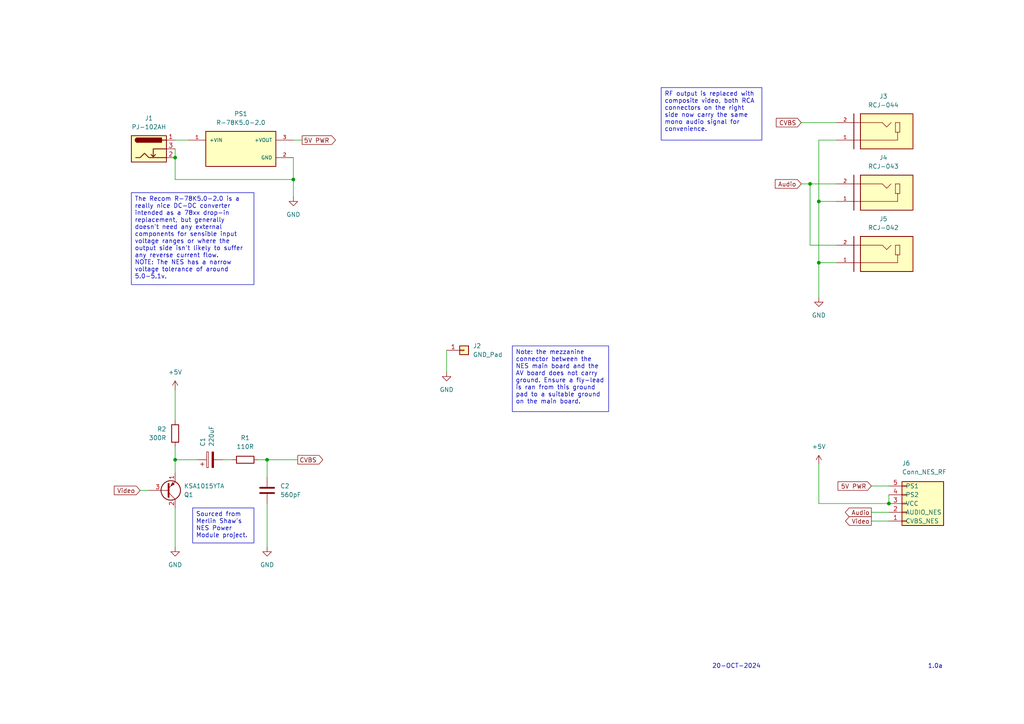
<source format=kicad_sch>
(kicad_sch
	(version 20231120)
	(generator "eeschema")
	(generator_version "8.0")
	(uuid "939a6d60-74ce-4b74-9e37-588fe97b9a52")
	(paper "A4")
	(title_block
		(title "nespav NES Power & AV board")
	)
	(lib_symbols
		(symbol "Connector:Barrel_Jack_Switch"
			(pin_names hide)
			(exclude_from_sim no)
			(in_bom yes)
			(on_board yes)
			(property "Reference" "J"
				(at 0 5.334 0)
				(effects
					(font
						(size 1.27 1.27)
					)
				)
			)
			(property "Value" "Barrel_Jack_Switch"
				(at 0 -5.08 0)
				(effects
					(font
						(size 1.27 1.27)
					)
				)
			)
			(property "Footprint" ""
				(at 1.27 -1.016 0)
				(effects
					(font
						(size 1.27 1.27)
					)
					(hide yes)
				)
			)
			(property "Datasheet" "~"
				(at 1.27 -1.016 0)
				(effects
					(font
						(size 1.27 1.27)
					)
					(hide yes)
				)
			)
			(property "Description" "DC Barrel Jack with an internal switch"
				(at 0 0 0)
				(effects
					(font
						(size 1.27 1.27)
					)
					(hide yes)
				)
			)
			(property "ki_keywords" "DC power barrel jack connector"
				(at 0 0 0)
				(effects
					(font
						(size 1.27 1.27)
					)
					(hide yes)
				)
			)
			(property "ki_fp_filters" "BarrelJack*"
				(at 0 0 0)
				(effects
					(font
						(size 1.27 1.27)
					)
					(hide yes)
				)
			)
			(symbol "Barrel_Jack_Switch_0_1"
				(rectangle
					(start -5.08 3.81)
					(end 5.08 -3.81)
					(stroke
						(width 0.254)
						(type default)
					)
					(fill
						(type background)
					)
				)
				(arc
					(start -3.302 3.175)
					(mid -3.9343 2.54)
					(end -3.302 1.905)
					(stroke
						(width 0.254)
						(type default)
					)
					(fill
						(type none)
					)
				)
				(arc
					(start -3.302 3.175)
					(mid -3.9343 2.54)
					(end -3.302 1.905)
					(stroke
						(width 0.254)
						(type default)
					)
					(fill
						(type outline)
					)
				)
				(polyline
					(pts
						(xy 1.27 -2.286) (xy 1.905 -1.651)
					)
					(stroke
						(width 0.254)
						(type default)
					)
					(fill
						(type none)
					)
				)
				(polyline
					(pts
						(xy 5.08 2.54) (xy 3.81 2.54)
					)
					(stroke
						(width 0.254)
						(type default)
					)
					(fill
						(type none)
					)
				)
				(polyline
					(pts
						(xy 5.08 0) (xy 1.27 0) (xy 1.27 -2.286) (xy 0.635 -1.651)
					)
					(stroke
						(width 0.254)
						(type default)
					)
					(fill
						(type none)
					)
				)
				(polyline
					(pts
						(xy -3.81 -2.54) (xy -2.54 -2.54) (xy -1.27 -1.27) (xy 0 -2.54) (xy 2.54 -2.54) (xy 5.08 -2.54)
					)
					(stroke
						(width 0.254)
						(type default)
					)
					(fill
						(type none)
					)
				)
				(rectangle
					(start 3.683 3.175)
					(end -3.302 1.905)
					(stroke
						(width 0.254)
						(type default)
					)
					(fill
						(type outline)
					)
				)
			)
			(symbol "Barrel_Jack_Switch_1_1"
				(pin passive line
					(at 7.62 2.54 180)
					(length 2.54)
					(name "~"
						(effects
							(font
								(size 1.27 1.27)
							)
						)
					)
					(number "1"
						(effects
							(font
								(size 1.27 1.27)
							)
						)
					)
				)
				(pin passive line
					(at 7.62 -2.54 180)
					(length 2.54)
					(name "~"
						(effects
							(font
								(size 1.27 1.27)
							)
						)
					)
					(number "2"
						(effects
							(font
								(size 1.27 1.27)
							)
						)
					)
				)
				(pin passive line
					(at 7.62 0 180)
					(length 2.54)
					(name "~"
						(effects
							(font
								(size 1.27 1.27)
							)
						)
					)
					(number "3"
						(effects
							(font
								(size 1.27 1.27)
							)
						)
					)
				)
			)
		)
		(symbol "Connector_Generic:Conn_01x01"
			(pin_names
				(offset 1.016) hide)
			(exclude_from_sim no)
			(in_bom yes)
			(on_board yes)
			(property "Reference" "J"
				(at 0 2.54 0)
				(effects
					(font
						(size 1.27 1.27)
					)
				)
			)
			(property "Value" "Conn_01x01"
				(at 0 -2.54 0)
				(effects
					(font
						(size 1.27 1.27)
					)
				)
			)
			(property "Footprint" ""
				(at 0 0 0)
				(effects
					(font
						(size 1.27 1.27)
					)
					(hide yes)
				)
			)
			(property "Datasheet" "~"
				(at 0 0 0)
				(effects
					(font
						(size 1.27 1.27)
					)
					(hide yes)
				)
			)
			(property "Description" "Generic connector, single row, 01x01, script generated (kicad-library-utils/schlib/autogen/connector/)"
				(at 0 0 0)
				(effects
					(font
						(size 1.27 1.27)
					)
					(hide yes)
				)
			)
			(property "ki_keywords" "connector"
				(at 0 0 0)
				(effects
					(font
						(size 1.27 1.27)
					)
					(hide yes)
				)
			)
			(property "ki_fp_filters" "Connector*:*_1x??_*"
				(at 0 0 0)
				(effects
					(font
						(size 1.27 1.27)
					)
					(hide yes)
				)
			)
			(symbol "Conn_01x01_1_1"
				(rectangle
					(start -1.27 0.127)
					(end 0 -0.127)
					(stroke
						(width 0.1524)
						(type default)
					)
					(fill
						(type none)
					)
				)
				(rectangle
					(start -1.27 1.27)
					(end 1.27 -1.27)
					(stroke
						(width 0.254)
						(type default)
					)
					(fill
						(type background)
					)
				)
				(pin passive line
					(at -5.08 0 0)
					(length 3.81)
					(name "Pin_1"
						(effects
							(font
								(size 1.27 1.27)
							)
						)
					)
					(number "1"
						(effects
							(font
								(size 1.27 1.27)
							)
						)
					)
				)
			)
		)
		(symbol "Device:C"
			(pin_numbers hide)
			(pin_names
				(offset 0.254)
			)
			(exclude_from_sim no)
			(in_bom yes)
			(on_board yes)
			(property "Reference" "C"
				(at 0.635 2.54 0)
				(effects
					(font
						(size 1.27 1.27)
					)
					(justify left)
				)
			)
			(property "Value" "C"
				(at 0.635 -2.54 0)
				(effects
					(font
						(size 1.27 1.27)
					)
					(justify left)
				)
			)
			(property "Footprint" ""
				(at 0.9652 -3.81 0)
				(effects
					(font
						(size 1.27 1.27)
					)
					(hide yes)
				)
			)
			(property "Datasheet" "~"
				(at 0 0 0)
				(effects
					(font
						(size 1.27 1.27)
					)
					(hide yes)
				)
			)
			(property "Description" "Unpolarized capacitor"
				(at 0 0 0)
				(effects
					(font
						(size 1.27 1.27)
					)
					(hide yes)
				)
			)
			(property "ki_keywords" "cap capacitor"
				(at 0 0 0)
				(effects
					(font
						(size 1.27 1.27)
					)
					(hide yes)
				)
			)
			(property "ki_fp_filters" "C_*"
				(at 0 0 0)
				(effects
					(font
						(size 1.27 1.27)
					)
					(hide yes)
				)
			)
			(symbol "C_0_1"
				(polyline
					(pts
						(xy -2.032 -0.762) (xy 2.032 -0.762)
					)
					(stroke
						(width 0.508)
						(type default)
					)
					(fill
						(type none)
					)
				)
				(polyline
					(pts
						(xy -2.032 0.762) (xy 2.032 0.762)
					)
					(stroke
						(width 0.508)
						(type default)
					)
					(fill
						(type none)
					)
				)
			)
			(symbol "C_1_1"
				(pin passive line
					(at 0 3.81 270)
					(length 2.794)
					(name "~"
						(effects
							(font
								(size 1.27 1.27)
							)
						)
					)
					(number "1"
						(effects
							(font
								(size 1.27 1.27)
							)
						)
					)
				)
				(pin passive line
					(at 0 -3.81 90)
					(length 2.794)
					(name "~"
						(effects
							(font
								(size 1.27 1.27)
							)
						)
					)
					(number "2"
						(effects
							(font
								(size 1.27 1.27)
							)
						)
					)
				)
			)
		)
		(symbol "Device:C_Polarized"
			(pin_numbers hide)
			(pin_names
				(offset 0.254)
			)
			(exclude_from_sim no)
			(in_bom yes)
			(on_board yes)
			(property "Reference" "C"
				(at 0.635 2.54 0)
				(effects
					(font
						(size 1.27 1.27)
					)
					(justify left)
				)
			)
			(property "Value" "C_Polarized"
				(at 0.635 -2.54 0)
				(effects
					(font
						(size 1.27 1.27)
					)
					(justify left)
				)
			)
			(property "Footprint" ""
				(at 0.9652 -3.81 0)
				(effects
					(font
						(size 1.27 1.27)
					)
					(hide yes)
				)
			)
			(property "Datasheet" "~"
				(at 0 0 0)
				(effects
					(font
						(size 1.27 1.27)
					)
					(hide yes)
				)
			)
			(property "Description" "Polarized capacitor"
				(at 0 0 0)
				(effects
					(font
						(size 1.27 1.27)
					)
					(hide yes)
				)
			)
			(property "ki_keywords" "cap capacitor"
				(at 0 0 0)
				(effects
					(font
						(size 1.27 1.27)
					)
					(hide yes)
				)
			)
			(property "ki_fp_filters" "CP_*"
				(at 0 0 0)
				(effects
					(font
						(size 1.27 1.27)
					)
					(hide yes)
				)
			)
			(symbol "C_Polarized_0_1"
				(rectangle
					(start -2.286 0.508)
					(end 2.286 1.016)
					(stroke
						(width 0)
						(type default)
					)
					(fill
						(type none)
					)
				)
				(polyline
					(pts
						(xy -1.778 2.286) (xy -0.762 2.286)
					)
					(stroke
						(width 0)
						(type default)
					)
					(fill
						(type none)
					)
				)
				(polyline
					(pts
						(xy -1.27 2.794) (xy -1.27 1.778)
					)
					(stroke
						(width 0)
						(type default)
					)
					(fill
						(type none)
					)
				)
				(rectangle
					(start 2.286 -0.508)
					(end -2.286 -1.016)
					(stroke
						(width 0)
						(type default)
					)
					(fill
						(type outline)
					)
				)
			)
			(symbol "C_Polarized_1_1"
				(pin passive line
					(at 0 3.81 270)
					(length 2.794)
					(name "~"
						(effects
							(font
								(size 1.27 1.27)
							)
						)
					)
					(number "1"
						(effects
							(font
								(size 1.27 1.27)
							)
						)
					)
				)
				(pin passive line
					(at 0 -3.81 90)
					(length 2.794)
					(name "~"
						(effects
							(font
								(size 1.27 1.27)
							)
						)
					)
					(number "2"
						(effects
							(font
								(size 1.27 1.27)
							)
						)
					)
				)
			)
		)
		(symbol "Device:R"
			(pin_numbers hide)
			(pin_names
				(offset 0)
			)
			(exclude_from_sim no)
			(in_bom yes)
			(on_board yes)
			(property "Reference" "R"
				(at 2.032 0 90)
				(effects
					(font
						(size 1.27 1.27)
					)
				)
			)
			(property "Value" "R"
				(at 0 0 90)
				(effects
					(font
						(size 1.27 1.27)
					)
				)
			)
			(property "Footprint" ""
				(at -1.778 0 90)
				(effects
					(font
						(size 1.27 1.27)
					)
					(hide yes)
				)
			)
			(property "Datasheet" "~"
				(at 0 0 0)
				(effects
					(font
						(size 1.27 1.27)
					)
					(hide yes)
				)
			)
			(property "Description" "Resistor"
				(at 0 0 0)
				(effects
					(font
						(size 1.27 1.27)
					)
					(hide yes)
				)
			)
			(property "ki_keywords" "R res resistor"
				(at 0 0 0)
				(effects
					(font
						(size 1.27 1.27)
					)
					(hide yes)
				)
			)
			(property "ki_fp_filters" "R_*"
				(at 0 0 0)
				(effects
					(font
						(size 1.27 1.27)
					)
					(hide yes)
				)
			)
			(symbol "R_0_1"
				(rectangle
					(start -1.016 -2.54)
					(end 1.016 2.54)
					(stroke
						(width 0.254)
						(type default)
					)
					(fill
						(type none)
					)
				)
			)
			(symbol "R_1_1"
				(pin passive line
					(at 0 3.81 270)
					(length 1.27)
					(name "~"
						(effects
							(font
								(size 1.27 1.27)
							)
						)
					)
					(number "1"
						(effects
							(font
								(size 1.27 1.27)
							)
						)
					)
				)
				(pin passive line
					(at 0 -3.81 90)
					(length 1.27)
					(name "~"
						(effects
							(font
								(size 1.27 1.27)
							)
						)
					)
					(number "2"
						(effects
							(font
								(size 1.27 1.27)
							)
						)
					)
				)
			)
		)
		(symbol "Library:Conn_NES_RF"
			(pin_names
				(offset 1.016)
			)
			(exclude_from_sim no)
			(in_bom yes)
			(on_board yes)
			(property "Reference" "J"
				(at 0 6.35 0)
				(effects
					(font
						(size 1.27 1.27)
					)
				)
			)
			(property "Value" "Conn_NES_RF"
				(at -0.635 -8.89 0)
				(effects
					(font
						(size 1.27 1.27)
					)
				)
			)
			(property "Footprint" ""
				(at 3.81 -1.27 0)
				(effects
					(font
						(size 1.27 1.27)
					)
					(hide yes)
				)
			)
			(property "Datasheet" "~"
				(at 3.81 -1.27 0)
				(effects
					(font
						(size 1.27 1.27)
					)
					(hide yes)
				)
			)
			(property "Description" "Generic connector, single row, 01x05, script generated (kicad-library-utils/schlib/autogen/connector/)"
				(at 0 0 0)
				(effects
					(font
						(size 1.27 1.27)
					)
					(hide yes)
				)
			)
			(property "ki_keywords" "connector"
				(at 0 0 0)
				(effects
					(font
						(size 1.27 1.27)
					)
					(hide yes)
				)
			)
			(property "ki_fp_filters" "Connector*:*_1x??_*"
				(at 0 0 0)
				(effects
					(font
						(size 1.27 1.27)
					)
					(hide yes)
				)
			)
			(symbol "Conn_NES_RF_0_0"
				(pin passive line
					(at 8.89 3.81 180)
					(length 3.81)
					(name "CVBS_NES"
						(effects
							(font
								(size 1.27 1.27)
							)
						)
					)
					(number "1"
						(effects
							(font
								(size 1.27 1.27)
							)
						)
					)
				)
			)
			(symbol "Conn_NES_RF_1_1"
				(rectangle
					(start 5.08 -6.223)
					(end 3.81 -6.477)
					(stroke
						(width 0.1524)
						(type solid)
					)
					(fill
						(type none)
					)
				)
				(rectangle
					(start 5.08 -3.683)
					(end 3.81 -3.937)
					(stroke
						(width 0.1524)
						(type solid)
					)
					(fill
						(type none)
					)
				)
				(rectangle
					(start 5.08 -1.143)
					(end 3.81 -1.397)
					(stroke
						(width 0.1524)
						(type solid)
					)
					(fill
						(type none)
					)
				)
				(rectangle
					(start 5.08 1.397)
					(end 3.81 1.143)
					(stroke
						(width 0.1524)
						(type solid)
					)
					(fill
						(type none)
					)
				)
				(rectangle
					(start 5.08 3.937)
					(end 3.81 3.683)
					(stroke
						(width 0.1524)
						(type solid)
					)
					(fill
						(type none)
					)
				)
				(rectangle
					(start 5.08 5.08)
					(end -6.985 -7.62)
					(stroke
						(width 0.254)
						(type solid)
					)
					(fill
						(type background)
					)
				)
				(pin passive line
					(at 8.89 1.27 180)
					(length 3.81)
					(name "AUDIO_NES"
						(effects
							(font
								(size 1.27 1.27)
							)
						)
					)
					(number "2"
						(effects
							(font
								(size 1.27 1.27)
							)
						)
					)
				)
				(pin passive line
					(at 8.89 -1.27 180)
					(length 3.81)
					(name "VCC"
						(effects
							(font
								(size 1.27 1.27)
							)
						)
					)
					(number "3"
						(effects
							(font
								(size 1.27 1.27)
							)
						)
					)
				)
				(pin passive line
					(at 8.89 -3.81 180)
					(length 3.81)
					(name "PS2"
						(effects
							(font
								(size 1.27 1.27)
							)
						)
					)
					(number "4"
						(effects
							(font
								(size 1.27 1.27)
							)
						)
					)
				)
				(pin passive line
					(at 8.89 -6.35 180)
					(length 3.81)
					(name "PS1"
						(effects
							(font
								(size 1.27 1.27)
							)
						)
					)
					(number "5"
						(effects
							(font
								(size 1.27 1.27)
							)
						)
					)
				)
			)
		)
		(symbol "Library:R-78K5.0-2.0"
			(pin_names
				(offset 1.016)
			)
			(exclude_from_sim no)
			(in_bom yes)
			(on_board yes)
			(property "Reference" "PS"
				(at -10.16 5.842 0)
				(effects
					(font
						(size 1.27 1.27)
					)
					(justify left bottom)
				)
			)
			(property "Value" "R-78K5.0-2.0"
				(at -10.16 -7.62 0)
				(effects
					(font
						(size 1.27 1.27)
					)
					(justify left bottom)
				)
			)
			(property "Footprint" "R-78K5.0-2.0:CONV_R-78K5.0-2.0"
				(at 0 0 0)
				(effects
					(font
						(size 1.27 1.27)
					)
					(justify bottom)
					(hide yes)
				)
			)
			(property "Datasheet" ""
				(at 0 0 0)
				(effects
					(font
						(size 1.27 1.27)
					)
					(hide yes)
				)
			)
			(property "Description" ""
				(at 0 0 0)
				(effects
					(font
						(size 1.27 1.27)
					)
					(hide yes)
				)
			)
			(property "PARTREV" "0/2023"
				(at 0 0 0)
				(effects
					(font
						(size 1.27 1.27)
					)
					(justify bottom)
					(hide yes)
				)
			)
			(property "SNAPEDA_PN" "R-78K2.5-2.0"
				(at 0 0 0)
				(effects
					(font
						(size 1.27 1.27)
					)
					(justify bottom)
					(hide yes)
				)
			)
			(property "MANUFACTURER" "Recom Power"
				(at 0 0 0)
				(effects
					(font
						(size 1.27 1.27)
					)
					(justify bottom)
					(hide yes)
				)
			)
			(property "MAXIMUM_PACKAGE_HEIGHT" "17.5mm"
				(at 0 0 0)
				(effects
					(font
						(size 1.27 1.27)
					)
					(justify bottom)
					(hide yes)
				)
			)
			(property "STANDARD" "IPC-7351B"
				(at 0 0 0)
				(effects
					(font
						(size 1.27 1.27)
					)
					(justify bottom)
					(hide yes)
				)
			)
			(symbol "R-78K5.0-2.0_0_0"
				(rectangle
					(start -10.16 -5.08)
					(end 10.16 5.08)
					(stroke
						(width 0.254)
						(type default)
					)
					(fill
						(type background)
					)
				)
				(pin input line
					(at -15.24 2.54 0)
					(length 5.08)
					(name "+VIN"
						(effects
							(font
								(size 1.016 1.016)
							)
						)
					)
					(number "1"
						(effects
							(font
								(size 1.016 1.016)
							)
						)
					)
				)
				(pin power_in line
					(at 15.24 -2.54 180)
					(length 5.08)
					(name "GND"
						(effects
							(font
								(size 1.016 1.016)
							)
						)
					)
					(number "2"
						(effects
							(font
								(size 1.016 1.016)
							)
						)
					)
				)
				(pin output line
					(at 15.24 2.54 180)
					(length 5.08)
					(name "+VOUT"
						(effects
							(font
								(size 1.016 1.016)
							)
						)
					)
					(number "3"
						(effects
							(font
								(size 1.016 1.016)
							)
						)
					)
				)
			)
		)
		(symbol "Library:RCJ-044"
			(pin_names
				(offset 1.016) hide)
			(exclude_from_sim no)
			(in_bom yes)
			(on_board yes)
			(property "Reference" "J"
				(at -7.62 6.35 0)
				(effects
					(font
						(size 1.27 1.27)
					)
					(justify left bottom)
				)
			)
			(property "Value" "RCJ-044"
				(at -7.62 -6.35 0)
				(effects
					(font
						(size 1.27 1.27)
					)
					(justify left bottom)
				)
			)
			(property "Footprint" "CUI_RCJ-044"
				(at 0 0 0)
				(effects
					(font
						(size 1.27 1.27)
					)
					(justify left bottom)
					(hide yes)
				)
			)
			(property "Datasheet" ""
				(at 0 0 0)
				(effects
					(font
						(size 1.27 1.27)
					)
					(justify left bottom)
					(hide yes)
				)
			)
			(property "Description" ""
				(at 0 0 0)
				(effects
					(font
						(size 1.27 1.27)
					)
					(hide yes)
				)
			)
			(property "PARTREV" "1.02"
				(at 0 0 0)
				(effects
					(font
						(size 1.27 1.27)
					)
					(justify left bottom)
					(hide yes)
				)
			)
			(property "STANDARD" "Manufacturer Recommendations"
				(at 0 0 0)
				(effects
					(font
						(size 1.27 1.27)
					)
					(justify left bottom)
					(hide yes)
				)
			)
			(property "MAXIMUM_PACKAGE_HEIGHT" "11.6 mm"
				(at 0 0 0)
				(effects
					(font
						(size 1.27 1.27)
					)
					(justify left bottom)
					(hide yes)
				)
			)
			(property "MANUFACTURER" "CUI Devices"
				(at 0 0 0)
				(effects
					(font
						(size 1.27 1.27)
					)
					(justify left bottom)
					(hide yes)
				)
			)
			(property "ki_locked" ""
				(at 0 0 0)
				(effects
					(font
						(size 1.27 1.27)
					)
				)
			)
			(symbol "RCJ-044_0_0"
				(rectangle
					(start -9.525 -5.08)
					(end 5.715 5.08)
					(stroke
						(width 0.254)
						(type solid)
					)
					(fill
						(type background)
					)
				)
				(polyline
					(pts
						(xy -5.715 -0.254) (xy -5.08 -0.254)
					)
					(stroke
						(width 0.1524)
						(type solid)
					)
					(fill
						(type none)
					)
				)
				(polyline
					(pts
						(xy -5.715 2.54) (xy -5.715 -0.254)
					)
					(stroke
						(width 0.1524)
						(type solid)
					)
					(fill
						(type none)
					)
				)
				(polyline
					(pts
						(xy -5.08 -2.54) (xy -5.08 -0.254)
					)
					(stroke
						(width 0.1524)
						(type solid)
					)
					(fill
						(type none)
					)
				)
				(polyline
					(pts
						(xy -5.08 -2.54) (xy 7.62 -2.54)
					)
					(stroke
						(width 0.1524)
						(type solid)
					)
					(fill
						(type none)
					)
				)
				(polyline
					(pts
						(xy -5.08 -0.254) (xy -4.445 -0.254)
					)
					(stroke
						(width 0.1524)
						(type solid)
					)
					(fill
						(type none)
					)
				)
				(polyline
					(pts
						(xy -4.445 -0.254) (xy -4.445 2.54)
					)
					(stroke
						(width 0.1524)
						(type solid)
					)
					(fill
						(type none)
					)
				)
				(polyline
					(pts
						(xy -4.445 2.54) (xy -5.715 2.54)
					)
					(stroke
						(width 0.1524)
						(type solid)
					)
					(fill
						(type none)
					)
				)
				(polyline
					(pts
						(xy -1.905 1.27) (xy -3.175 2.54)
					)
					(stroke
						(width 0.1524)
						(type solid)
					)
					(fill
						(type none)
					)
				)
				(polyline
					(pts
						(xy -0.635 2.54) (xy -1.905 1.27)
					)
					(stroke
						(width 0.1524)
						(type solid)
					)
					(fill
						(type none)
					)
				)
				(polyline
					(pts
						(xy -0.635 2.54) (xy 7.62 2.54)
					)
					(stroke
						(width 0.1524)
						(type solid)
					)
					(fill
						(type none)
					)
				)
				(polyline
					(pts
						(xy 7.62 -5.08) (xy 7.62 5.08)
					)
					(stroke
						(width 0.254)
						(type solid)
					)
					(fill
						(type none)
					)
				)
				(pin passive line
					(at 12.7 -2.54 180)
					(length 5.08)
					(name "~"
						(effects
							(font
								(size 1.016 1.016)
							)
						)
					)
					(number "1"
						(effects
							(font
								(size 1.016 1.016)
							)
						)
					)
				)
				(pin passive line
					(at 12.7 2.54 180)
					(length 5.08)
					(name "~"
						(effects
							(font
								(size 1.016 1.016)
							)
						)
					)
					(number "2"
						(effects
							(font
								(size 1.016 1.016)
							)
						)
					)
				)
			)
		)
		(symbol "Transistor_BJT:2SA1015"
			(pin_names
				(offset 0) hide)
			(exclude_from_sim no)
			(in_bom yes)
			(on_board yes)
			(property "Reference" "Q"
				(at 5.08 1.905 0)
				(effects
					(font
						(size 1.27 1.27)
					)
					(justify left)
				)
			)
			(property "Value" "2SA1015"
				(at 5.08 0 0)
				(effects
					(font
						(size 1.27 1.27)
					)
					(justify left)
				)
			)
			(property "Footprint" "Package_TO_SOT_THT:TO-92_Inline"
				(at 5.08 -1.905 0)
				(effects
					(font
						(size 1.27 1.27)
						(italic yes)
					)
					(justify left)
					(hide yes)
				)
			)
			(property "Datasheet" "http://www.datasheetcatalog.org/datasheet/toshiba/905.pdf"
				(at 0 0 0)
				(effects
					(font
						(size 1.27 1.27)
					)
					(justify left)
					(hide yes)
				)
			)
			(property "Description" "-0.15A Ic, -50V Vce, Low Noise Audio PNP Transistor, TO-92"
				(at 0 0 0)
				(effects
					(font
						(size 1.27 1.27)
					)
					(hide yes)
				)
			)
			(property "ki_keywords" "Low Noise Audio PNP Transistor"
				(at 0 0 0)
				(effects
					(font
						(size 1.27 1.27)
					)
					(hide yes)
				)
			)
			(property "ki_fp_filters" "TO?92*"
				(at 0 0 0)
				(effects
					(font
						(size 1.27 1.27)
					)
					(hide yes)
				)
			)
			(symbol "2SA1015_0_1"
				(polyline
					(pts
						(xy 0 0) (xy 0.635 0)
					)
					(stroke
						(width 0)
						(type default)
					)
					(fill
						(type none)
					)
				)
				(polyline
					(pts
						(xy 2.54 -2.54) (xy 0.635 -0.635)
					)
					(stroke
						(width 0)
						(type default)
					)
					(fill
						(type none)
					)
				)
				(polyline
					(pts
						(xy 2.54 2.54) (xy 0.635 0.635)
					)
					(stroke
						(width 0)
						(type default)
					)
					(fill
						(type none)
					)
				)
				(polyline
					(pts
						(xy 0.635 1.905) (xy 0.635 -1.905) (xy 0.635 -1.905)
					)
					(stroke
						(width 0.508)
						(type default)
					)
					(fill
						(type outline)
					)
				)
				(polyline
					(pts
						(xy 1.778 -2.286) (xy 2.286 -1.778) (xy 1.27 -1.27) (xy 1.778 -2.286) (xy 1.778 -2.286)
					)
					(stroke
						(width 0)
						(type default)
					)
					(fill
						(type outline)
					)
				)
				(circle
					(center 1.27 0)
					(radius 2.8194)
					(stroke
						(width 0.254)
						(type default)
					)
					(fill
						(type none)
					)
				)
			)
			(symbol "2SA1015_1_1"
				(pin passive line
					(at 2.54 -5.08 90)
					(length 2.54)
					(name "E"
						(effects
							(font
								(size 1.27 1.27)
							)
						)
					)
					(number "1"
						(effects
							(font
								(size 1.27 1.27)
							)
						)
					)
				)
				(pin passive line
					(at 2.54 5.08 270)
					(length 2.54)
					(name "C"
						(effects
							(font
								(size 1.27 1.27)
							)
						)
					)
					(number "2"
						(effects
							(font
								(size 1.27 1.27)
							)
						)
					)
				)
				(pin input line
					(at -5.08 0 0)
					(length 5.08)
					(name "B"
						(effects
							(font
								(size 1.27 1.27)
							)
						)
					)
					(number "3"
						(effects
							(font
								(size 1.27 1.27)
							)
						)
					)
				)
			)
		)
		(symbol "power:+5V"
			(power)
			(pin_numbers hide)
			(pin_names
				(offset 0) hide)
			(exclude_from_sim no)
			(in_bom yes)
			(on_board yes)
			(property "Reference" "#PWR"
				(at 0 -3.81 0)
				(effects
					(font
						(size 1.27 1.27)
					)
					(hide yes)
				)
			)
			(property "Value" "+5V"
				(at 0 3.556 0)
				(effects
					(font
						(size 1.27 1.27)
					)
				)
			)
			(property "Footprint" ""
				(at 0 0 0)
				(effects
					(font
						(size 1.27 1.27)
					)
					(hide yes)
				)
			)
			(property "Datasheet" ""
				(at 0 0 0)
				(effects
					(font
						(size 1.27 1.27)
					)
					(hide yes)
				)
			)
			(property "Description" "Power symbol creates a global label with name \"+5V\""
				(at 0 0 0)
				(effects
					(font
						(size 1.27 1.27)
					)
					(hide yes)
				)
			)
			(property "ki_keywords" "global power"
				(at 0 0 0)
				(effects
					(font
						(size 1.27 1.27)
					)
					(hide yes)
				)
			)
			(symbol "+5V_0_1"
				(polyline
					(pts
						(xy -0.762 1.27) (xy 0 2.54)
					)
					(stroke
						(width 0)
						(type default)
					)
					(fill
						(type none)
					)
				)
				(polyline
					(pts
						(xy 0 0) (xy 0 2.54)
					)
					(stroke
						(width 0)
						(type default)
					)
					(fill
						(type none)
					)
				)
				(polyline
					(pts
						(xy 0 2.54) (xy 0.762 1.27)
					)
					(stroke
						(width 0)
						(type default)
					)
					(fill
						(type none)
					)
				)
			)
			(symbol "+5V_1_1"
				(pin power_in line
					(at 0 0 90)
					(length 0)
					(name "~"
						(effects
							(font
								(size 1.27 1.27)
							)
						)
					)
					(number "1"
						(effects
							(font
								(size 1.27 1.27)
							)
						)
					)
				)
			)
		)
		(symbol "power:GND"
			(power)
			(pin_numbers hide)
			(pin_names
				(offset 0) hide)
			(exclude_from_sim no)
			(in_bom yes)
			(on_board yes)
			(property "Reference" "#PWR"
				(at 0 -6.35 0)
				(effects
					(font
						(size 1.27 1.27)
					)
					(hide yes)
				)
			)
			(property "Value" "GND"
				(at 0 -3.81 0)
				(effects
					(font
						(size 1.27 1.27)
					)
				)
			)
			(property "Footprint" ""
				(at 0 0 0)
				(effects
					(font
						(size 1.27 1.27)
					)
					(hide yes)
				)
			)
			(property "Datasheet" ""
				(at 0 0 0)
				(effects
					(font
						(size 1.27 1.27)
					)
					(hide yes)
				)
			)
			(property "Description" "Power symbol creates a global label with name \"GND\" , ground"
				(at 0 0 0)
				(effects
					(font
						(size 1.27 1.27)
					)
					(hide yes)
				)
			)
			(property "ki_keywords" "global power"
				(at 0 0 0)
				(effects
					(font
						(size 1.27 1.27)
					)
					(hide yes)
				)
			)
			(symbol "GND_0_1"
				(polyline
					(pts
						(xy 0 0) (xy 0 -1.27) (xy 1.27 -1.27) (xy 0 -2.54) (xy -1.27 -1.27) (xy 0 -1.27)
					)
					(stroke
						(width 0)
						(type default)
					)
					(fill
						(type none)
					)
				)
			)
			(symbol "GND_1_1"
				(pin power_in line
					(at 0 0 270)
					(length 0)
					(name "~"
						(effects
							(font
								(size 1.27 1.27)
							)
						)
					)
					(number "1"
						(effects
							(font
								(size 1.27 1.27)
							)
						)
					)
				)
			)
		)
	)
	(junction
		(at 237.49 76.2)
		(diameter 0)
		(color 0 0 0 0)
		(uuid "286a2593-ffe9-45ae-b215-ec72836662b2")
	)
	(junction
		(at 77.47 133.35)
		(diameter 0)
		(color 0 0 0 0)
		(uuid "42c7faa2-688b-4f63-bd71-c30d08119a4f")
	)
	(junction
		(at 257.81 146.05)
		(diameter 0)
		(color 0 0 0 0)
		(uuid "4510b8df-4d5a-4328-b17e-6b39cf581fa1")
	)
	(junction
		(at 234.95 53.34)
		(diameter 0)
		(color 0 0 0 0)
		(uuid "74de7de0-3412-450c-904e-395d85373be0")
	)
	(junction
		(at 85.09 52.07)
		(diameter 0)
		(color 0 0 0 0)
		(uuid "7ed14242-1c5a-40f5-9ace-3972f14a0c03")
	)
	(junction
		(at 237.49 58.42)
		(diameter 0)
		(color 0 0 0 0)
		(uuid "8a432427-95e7-40bf-9fe3-b68a34005649")
	)
	(junction
		(at 50.8 45.72)
		(diameter 0)
		(color 0 0 0 0)
		(uuid "db7f2ebf-56dd-4290-9192-8c5b7473dde5")
	)
	(junction
		(at 50.8 133.35)
		(diameter 0)
		(color 0 0 0 0)
		(uuid "e3e7f401-8b23-4773-bba7-076dcbf540f7")
	)
	(wire
		(pts
			(xy 257.81 143.51) (xy 257.81 146.05)
		)
		(stroke
			(width 0)
			(type default)
		)
		(uuid "08e90889-b285-4af8-99b6-02f29d43e9df")
	)
	(wire
		(pts
			(xy 85.09 40.64) (xy 87.63 40.64)
		)
		(stroke
			(width 0)
			(type default)
		)
		(uuid "0fa0759e-e4c8-43fd-954d-026186dc3fca")
	)
	(wire
		(pts
			(xy 50.8 133.35) (xy 57.15 133.35)
		)
		(stroke
			(width 0)
			(type default)
		)
		(uuid "16fe4850-dd66-4773-82fc-ec764a076099")
	)
	(wire
		(pts
			(xy 237.49 146.05) (xy 257.81 146.05)
		)
		(stroke
			(width 0)
			(type default)
		)
		(uuid "242992d6-c3de-425f-b74d-9e2eec87ea6e")
	)
	(wire
		(pts
			(xy 234.95 71.12) (xy 242.57 71.12)
		)
		(stroke
			(width 0)
			(type default)
		)
		(uuid "2a499058-07be-425d-a5d5-b97c70f2578e")
	)
	(wire
		(pts
			(xy 252.73 151.13) (xy 257.81 151.13)
		)
		(stroke
			(width 0)
			(type default)
		)
		(uuid "2b6df16f-9a31-4603-913d-a0ba0e61e645")
	)
	(wire
		(pts
			(xy 50.8 40.64) (xy 54.61 40.64)
		)
		(stroke
			(width 0)
			(type default)
		)
		(uuid "2c657cad-6a1e-4b5f-8234-8964a7c25cf8")
	)
	(wire
		(pts
			(xy 242.57 40.64) (xy 237.49 40.64)
		)
		(stroke
			(width 0)
			(type default)
		)
		(uuid "2e17b22c-5fa9-44e1-a802-ca494b89f30c")
	)
	(wire
		(pts
			(xy 77.47 133.35) (xy 77.47 138.43)
		)
		(stroke
			(width 0)
			(type default)
		)
		(uuid "2f772f4b-b9e1-4ab3-bcf0-f5bbb4fe45d4")
	)
	(wire
		(pts
			(xy 232.41 53.34) (xy 234.95 53.34)
		)
		(stroke
			(width 0)
			(type default)
		)
		(uuid "36758d05-7626-4caf-b6a6-ddca22c90cde")
	)
	(wire
		(pts
			(xy 77.47 133.35) (xy 86.36 133.35)
		)
		(stroke
			(width 0)
			(type default)
		)
		(uuid "39289987-502f-40d3-999a-5d7813dccd31")
	)
	(wire
		(pts
			(xy 237.49 76.2) (xy 242.57 76.2)
		)
		(stroke
			(width 0)
			(type default)
		)
		(uuid "4300542f-a82f-4cbe-8013-0182844a5718")
	)
	(wire
		(pts
			(xy 129.54 101.6) (xy 129.54 107.95)
		)
		(stroke
			(width 0)
			(type default)
		)
		(uuid "44739842-4242-4f45-a9f0-90dc78a40570")
	)
	(wire
		(pts
			(xy 237.49 134.62) (xy 237.49 146.05)
		)
		(stroke
			(width 0)
			(type default)
		)
		(uuid "4e7f5289-3562-41ee-95cc-9a0fc4d7efe5")
	)
	(wire
		(pts
			(xy 50.8 43.18) (xy 50.8 45.72)
		)
		(stroke
			(width 0)
			(type default)
		)
		(uuid "541dbcf6-7520-4ee4-8030-76aa0b9e9396")
	)
	(wire
		(pts
			(xy 232.41 35.56) (xy 242.57 35.56)
		)
		(stroke
			(width 0)
			(type default)
		)
		(uuid "55854bad-edfc-4c9d-bf67-33464f85fff8")
	)
	(wire
		(pts
			(xy 50.8 147.32) (xy 50.8 158.75)
		)
		(stroke
			(width 0)
			(type default)
		)
		(uuid "58301b93-5e49-488f-8410-dd892b9b93d5")
	)
	(wire
		(pts
			(xy 77.47 146.05) (xy 77.47 158.75)
		)
		(stroke
			(width 0)
			(type default)
		)
		(uuid "5d75fff4-8a7b-40e1-92ee-417eca44852a")
	)
	(wire
		(pts
			(xy 234.95 53.34) (xy 242.57 53.34)
		)
		(stroke
			(width 0)
			(type default)
		)
		(uuid "66299298-bc00-425b-ab7b-43df70220d00")
	)
	(wire
		(pts
			(xy 64.77 133.35) (xy 67.31 133.35)
		)
		(stroke
			(width 0)
			(type default)
		)
		(uuid "6b21f209-2763-4159-8a81-b7a2932e8f93")
	)
	(wire
		(pts
			(xy 74.93 133.35) (xy 77.47 133.35)
		)
		(stroke
			(width 0)
			(type default)
		)
		(uuid "710505d4-5d9a-4d54-b75d-a61b28f22712")
	)
	(wire
		(pts
			(xy 40.64 142.24) (xy 43.18 142.24)
		)
		(stroke
			(width 0)
			(type default)
		)
		(uuid "747e70f8-916c-49c7-b14b-c9ee23860d94")
	)
	(wire
		(pts
			(xy 85.09 52.07) (xy 85.09 57.15)
		)
		(stroke
			(width 0)
			(type default)
		)
		(uuid "85648bc4-19c6-475e-9b6f-786e2e1d3c6f")
	)
	(wire
		(pts
			(xy 252.73 148.59) (xy 257.81 148.59)
		)
		(stroke
			(width 0)
			(type default)
		)
		(uuid "8b8f71a3-e8a8-44df-9295-51ac96dd426f")
	)
	(wire
		(pts
			(xy 50.8 133.35) (xy 50.8 137.16)
		)
		(stroke
			(width 0)
			(type default)
		)
		(uuid "9b47fd4b-b5c5-4a42-9ce2-485b9a560585")
	)
	(wire
		(pts
			(xy 85.09 45.72) (xy 85.09 52.07)
		)
		(stroke
			(width 0)
			(type default)
		)
		(uuid "a26e5a7a-7022-4190-89b0-4a291ef7b012")
	)
	(wire
		(pts
			(xy 50.8 113.03) (xy 50.8 121.92)
		)
		(stroke
			(width 0)
			(type default)
		)
		(uuid "b0adb834-33fb-4f4e-b402-f1eb73714f41")
	)
	(wire
		(pts
			(xy 237.49 58.42) (xy 242.57 58.42)
		)
		(stroke
			(width 0)
			(type default)
		)
		(uuid "b9716cc2-c502-4bd8-8248-22850e8fd64d")
	)
	(wire
		(pts
			(xy 237.49 40.64) (xy 237.49 58.42)
		)
		(stroke
			(width 0)
			(type default)
		)
		(uuid "c7e88461-d58c-4d49-ab81-2e32fc891767")
	)
	(wire
		(pts
			(xy 252.73 140.97) (xy 257.81 140.97)
		)
		(stroke
			(width 0)
			(type default)
		)
		(uuid "cdc9a794-a2e1-4b02-b026-ece551552967")
	)
	(wire
		(pts
			(xy 50.8 52.07) (xy 85.09 52.07)
		)
		(stroke
			(width 0)
			(type default)
		)
		(uuid "e9c460e6-ca32-4500-b0fd-c5e080de7c9a")
	)
	(wire
		(pts
			(xy 50.8 45.72) (xy 50.8 52.07)
		)
		(stroke
			(width 0)
			(type default)
		)
		(uuid "f60c33b3-ccff-45e7-902a-f7b0432d7b22")
	)
	(wire
		(pts
			(xy 50.8 129.54) (xy 50.8 133.35)
		)
		(stroke
			(width 0)
			(type default)
		)
		(uuid "f6fc846c-ccf1-47db-b38d-16f893742b04")
	)
	(wire
		(pts
			(xy 237.49 86.36) (xy 237.49 76.2)
		)
		(stroke
			(width 0)
			(type default)
		)
		(uuid "f89f3e9d-323f-4799-a7fe-100db2679c61")
	)
	(wire
		(pts
			(xy 234.95 53.34) (xy 234.95 71.12)
		)
		(stroke
			(width 0)
			(type default)
		)
		(uuid "fa39aa90-ab13-4054-a044-33f14a8ca6b7")
	)
	(wire
		(pts
			(xy 237.49 58.42) (xy 237.49 76.2)
		)
		(stroke
			(width 0)
			(type default)
		)
		(uuid "ff7d8455-90d7-4ca5-a57b-63c8414a8982")
	)
	(text_box "Note: the mezzanine connector between the NES main board and the AV board does not carry ground. Ensure a fly-lead is ran from this ground pad to a suitable ground on the main board."
		(exclude_from_sim no)
		(at 148.59 100.33 0)
		(size 27.94 19.05)
		(stroke
			(width 0)
			(type default)
		)
		(fill
			(type none)
		)
		(effects
			(font
				(size 1.27 1.27)
			)
			(justify left top)
		)
		(uuid "7c422274-9e2a-415c-af89-7d8984c68b77")
	)
	(text_box "RF output is replaced with composite video, both RCA connectors on the right side now carry the same mono audio signal for convenience."
		(exclude_from_sim no)
		(at 191.77 25.4 0)
		(size 29.21 15.24)
		(stroke
			(width 0)
			(type default)
		)
		(fill
			(type none)
		)
		(effects
			(font
				(size 1.27 1.27)
			)
			(justify left top)
		)
		(uuid "93e0d648-2b58-4211-85cc-fa71a28a9739")
	)
	(text_box "The Recom R-78K5.0-2.0 is a really nice DC-DC converter intended as a 78xx drop-in replacement, but generally doesn't need any external components for sensible input voltage ranges or where the output side isn't likely to suffer any reverse current flow.\nNOTE: The NES has a narrow voltage tolerance of around 5.0-5.1v."
		(exclude_from_sim no)
		(at 38.1 55.88 0)
		(size 35.56 26.67)
		(stroke
			(width 0)
			(type default)
		)
		(fill
			(type none)
		)
		(effects
			(font
				(size 1.27 1.27)
			)
			(justify left top)
		)
		(uuid "b12f0183-caa2-419e-b440-5130a3ad4146")
	)
	(text_box "Sourced from Merlin Shaw's NES Power Module project."
		(exclude_from_sim no)
		(at 55.88 147.32 0)
		(size 17.78 10.16)
		(stroke
			(width 0)
			(type default)
		)
		(fill
			(type none)
		)
		(effects
			(font
				(size 1.27 1.27)
			)
			(justify left top)
		)
		(uuid "cf8096e8-d244-4db8-91cf-3a3c01f394f8")
	)
	(text "20-OCT-2024"
		(exclude_from_sim no)
		(at 213.614 193.294 0)
		(effects
			(font
				(size 1.27 1.27)
			)
		)
		(uuid "1bf8bc6d-45c6-4210-b212-e2585c8e6d24")
	)
	(text "1.0a"
		(exclude_from_sim no)
		(at 271.272 193.294 0)
		(effects
			(font
				(size 1.27 1.27)
			)
		)
		(uuid "e4fc9034-72c8-4275-a2e0-5749ed50d876")
	)
	(global_label "Video"
		(shape input)
		(at 40.64 142.24 180)
		(fields_autoplaced yes)
		(effects
			(font
				(size 1.27 1.27)
			)
			(justify right)
		)
		(uuid "1f2ece2d-9056-42c0-8247-cc9f6de79a74")
		(property "Intersheetrefs" "${INTERSHEET_REFS}"
			(at 32.5748 142.24 0)
			(effects
				(font
					(size 1.27 1.27)
				)
				(justify right)
				(hide yes)
			)
		)
	)
	(global_label "5V PWR"
		(shape output)
		(at 87.63 40.64 0)
		(fields_autoplaced yes)
		(effects
			(font
				(size 1.27 1.27)
			)
			(justify left)
		)
		(uuid "4e79b141-49b9-4358-a034-f726a7b19430")
		(property "Intersheetrefs" "${INTERSHEET_REFS}"
			(at 97.8723 40.64 0)
			(effects
				(font
					(size 1.27 1.27)
				)
				(justify left)
				(hide yes)
			)
		)
	)
	(global_label "Audio"
		(shape output)
		(at 252.73 148.59 180)
		(fields_autoplaced yes)
		(effects
			(font
				(size 1.27 1.27)
			)
			(justify right)
		)
		(uuid "71758402-f0f0-4a33-9bef-d1efe451ecca")
		(property "Intersheetrefs" "${INTERSHEET_REFS}"
			(at 244.6044 148.59 0)
			(effects
				(font
					(size 1.27 1.27)
				)
				(justify right)
				(hide yes)
			)
		)
	)
	(global_label "CVBS"
		(shape input)
		(at 232.41 35.56 180)
		(fields_autoplaced yes)
		(effects
			(font
				(size 1.27 1.27)
			)
			(justify right)
		)
		(uuid "8229ccc2-f08e-4674-ae48-cfe4ebf5cf53")
		(property "Intersheetrefs" "${INTERSHEET_REFS}"
			(at 224.5867 35.56 0)
			(effects
				(font
					(size 1.27 1.27)
				)
				(justify right)
				(hide yes)
			)
		)
	)
	(global_label "Video"
		(shape output)
		(at 252.73 151.13 180)
		(fields_autoplaced yes)
		(effects
			(font
				(size 1.27 1.27)
			)
			(justify right)
		)
		(uuid "99d58ecb-d6e1-47eb-9d29-b759917ddbd1")
		(property "Intersheetrefs" "${INTERSHEET_REFS}"
			(at 244.6648 151.13 0)
			(effects
				(font
					(size 1.27 1.27)
				)
				(justify right)
				(hide yes)
			)
		)
	)
	(global_label "Audio"
		(shape input)
		(at 232.41 53.34 180)
		(fields_autoplaced yes)
		(effects
			(font
				(size 1.27 1.27)
			)
			(justify right)
		)
		(uuid "a913b607-d9d0-4eba-a6ac-94dbe7017992")
		(property "Intersheetrefs" "${INTERSHEET_REFS}"
			(at 224.2844 53.34 0)
			(effects
				(font
					(size 1.27 1.27)
				)
				(justify right)
				(hide yes)
			)
		)
	)
	(global_label "5V PWR"
		(shape input)
		(at 252.73 140.97 180)
		(fields_autoplaced yes)
		(effects
			(font
				(size 1.27 1.27)
			)
			(justify right)
		)
		(uuid "b74dafb7-a479-4f65-918d-8d939464c4f5")
		(property "Intersheetrefs" "${INTERSHEET_REFS}"
			(at 243.6367 140.97 0)
			(effects
				(font
					(size 1.27 1.27)
				)
				(justify right)
				(hide yes)
			)
		)
	)
	(global_label "CVBS"
		(shape output)
		(at 86.36 133.35 0)
		(fields_autoplaced yes)
		(effects
			(font
				(size 1.27 1.27)
			)
			(justify left)
		)
		(uuid "c4b57c6b-6324-428f-b602-4b735b4e5640")
		(property "Intersheetrefs" "${INTERSHEET_REFS}"
			(at 94.1833 133.35 0)
			(effects
				(font
					(size 1.27 1.27)
				)
				(justify left)
				(hide yes)
			)
		)
	)
	(symbol
		(lib_id "power:GND")
		(at 77.47 158.75 0)
		(unit 1)
		(exclude_from_sim no)
		(in_bom yes)
		(on_board yes)
		(dnp no)
		(fields_autoplaced yes)
		(uuid "0abfc260-7b7f-41a7-9e11-94f561a259d1")
		(property "Reference" "#PWR07"
			(at 77.47 165.1 0)
			(effects
				(font
					(size 1.27 1.27)
				)
				(hide yes)
			)
		)
		(property "Value" "GND"
			(at 77.47 163.83 0)
			(effects
				(font
					(size 1.27 1.27)
				)
			)
		)
		(property "Footprint" ""
			(at 77.47 158.75 0)
			(effects
				(font
					(size 1.27 1.27)
				)
				(hide yes)
			)
		)
		(property "Datasheet" ""
			(at 77.47 158.75 0)
			(effects
				(font
					(size 1.27 1.27)
				)
				(hide yes)
			)
		)
		(property "Description" "Power symbol creates a global label with name \"GND\" , ground"
			(at 77.47 158.75 0)
			(effects
				(font
					(size 1.27 1.27)
				)
				(hide yes)
			)
		)
		(pin "1"
			(uuid "276bd220-c80e-4ec3-862d-46548d4fbc34")
		)
		(instances
			(project ""
				(path "/939a6d60-74ce-4b74-9e37-588fe97b9a52"
					(reference "#PWR07")
					(unit 1)
				)
			)
		)
	)
	(symbol
		(lib_id "power:+5V")
		(at 50.8 113.03 0)
		(unit 1)
		(exclude_from_sim no)
		(in_bom yes)
		(on_board yes)
		(dnp no)
		(fields_autoplaced yes)
		(uuid "28b4c0a1-3d36-4df1-bb00-e0376d2dfea6")
		(property "Reference" "#PWR03"
			(at 50.8 116.84 0)
			(effects
				(font
					(size 1.27 1.27)
				)
				(hide yes)
			)
		)
		(property "Value" "+5V"
			(at 50.8 107.95 0)
			(effects
				(font
					(size 1.27 1.27)
				)
			)
		)
		(property "Footprint" ""
			(at 50.8 113.03 0)
			(effects
				(font
					(size 1.27 1.27)
				)
				(hide yes)
			)
		)
		(property "Datasheet" ""
			(at 50.8 113.03 0)
			(effects
				(font
					(size 1.27 1.27)
				)
				(hide yes)
			)
		)
		(property "Description" "Power symbol creates a global label with name \"+5V\""
			(at 50.8 113.03 0)
			(effects
				(font
					(size 1.27 1.27)
				)
				(hide yes)
			)
		)
		(pin "1"
			(uuid "72e67e15-5fd5-4049-9d61-a1c713d49145")
		)
		(instances
			(project ""
				(path "/939a6d60-74ce-4b74-9e37-588fe97b9a52"
					(reference "#PWR03")
					(unit 1)
				)
			)
		)
	)
	(symbol
		(lib_id "power:GND")
		(at 237.49 86.36 0)
		(unit 1)
		(exclude_from_sim no)
		(in_bom yes)
		(on_board yes)
		(dnp no)
		(fields_autoplaced yes)
		(uuid "31cd842f-c946-4ea1-83f4-6ad5537ff357")
		(property "Reference" "#PWR05"
			(at 237.49 92.71 0)
			(effects
				(font
					(size 1.27 1.27)
				)
				(hide yes)
			)
		)
		(property "Value" "GND"
			(at 237.49 91.44 0)
			(effects
				(font
					(size 1.27 1.27)
				)
			)
		)
		(property "Footprint" ""
			(at 237.49 86.36 0)
			(effects
				(font
					(size 1.27 1.27)
				)
				(hide yes)
			)
		)
		(property "Datasheet" ""
			(at 237.49 86.36 0)
			(effects
				(font
					(size 1.27 1.27)
				)
				(hide yes)
			)
		)
		(property "Description" "Power symbol creates a global label with name \"GND\" , ground"
			(at 237.49 86.36 0)
			(effects
				(font
					(size 1.27 1.27)
				)
				(hide yes)
			)
		)
		(pin "1"
			(uuid "c02661c6-0b50-45f2-b4f5-76786fb9cd17")
		)
		(instances
			(project ""
				(path "/939a6d60-74ce-4b74-9e37-588fe97b9a52"
					(reference "#PWR05")
					(unit 1)
				)
			)
		)
	)
	(symbol
		(lib_id "Transistor_BJT:2SA1015")
		(at 48.26 142.24 0)
		(mirror x)
		(unit 1)
		(exclude_from_sim no)
		(in_bom yes)
		(on_board yes)
		(dnp no)
		(uuid "32ad5ea7-0679-4330-9019-5cd885815a9d")
		(property "Reference" "Q1"
			(at 53.34 143.5101 0)
			(effects
				(font
					(size 1.27 1.27)
				)
				(justify left)
			)
		)
		(property "Value" "KSA1015YTA"
			(at 53.34 140.9701 0)
			(effects
				(font
					(size 1.27 1.27)
				)
				(justify left)
			)
		)
		(property "Footprint" "Package_TO_SOT_THT:TO-92L_Inline_Wide"
			(at 53.34 140.335 0)
			(effects
				(font
					(size 1.27 1.27)
					(italic yes)
				)
				(justify left)
				(hide yes)
			)
		)
		(property "Datasheet" "https://www.onsemi.cn/pdf/datasheet/ksa1015-d.pdf"
			(at 48.26 142.24 0)
			(effects
				(font
					(size 1.27 1.27)
				)
				(justify left)
				(hide yes)
			)
		)
		(property "Description" "-0.15A Ic, -50V Vce, Low Noise Audio PNP Transistor, TO-92"
			(at 48.26 142.24 0)
			(effects
				(font
					(size 1.27 1.27)
				)
				(hide yes)
			)
		)
		(pin "3"
			(uuid "4c2bb47d-a62f-4d42-9970-57a5eba7bc68")
		)
		(pin "1"
			(uuid "90b4bf38-d1fe-4f62-87ec-71a97227756c")
		)
		(pin "2"
			(uuid "0e16116a-1974-4b5f-a5fb-d29565bc3a5f")
		)
		(instances
			(project ""
				(path "/939a6d60-74ce-4b74-9e37-588fe97b9a52"
					(reference "Q1")
					(unit 1)
				)
			)
		)
	)
	(symbol
		(lib_id "Library:RCJ-044")
		(at 255.27 55.88 0)
		(mirror y)
		(unit 1)
		(exclude_from_sim no)
		(in_bom yes)
		(on_board yes)
		(dnp no)
		(uuid "408b9de6-152c-4138-8f84-91d2e5aaa820")
		(property "Reference" "J4"
			(at 256.2225 45.72 0)
			(effects
				(font
					(size 1.27 1.27)
				)
			)
		)
		(property "Value" "RCJ-043"
			(at 256.2225 48.26 0)
			(effects
				(font
					(size 1.27 1.27)
				)
			)
		)
		(property "Footprint" "Library:CUI_RCJ-044"
			(at 255.27 55.88 0)
			(effects
				(font
					(size 1.27 1.27)
				)
				(justify left bottom)
				(hide yes)
			)
		)
		(property "Datasheet" ""
			(at 255.27 55.88 0)
			(effects
				(font
					(size 1.27 1.27)
				)
				(justify left bottom)
				(hide yes)
			)
		)
		(property "Description" ""
			(at 255.27 55.88 0)
			(effects
				(font
					(size 1.27 1.27)
				)
				(hide yes)
			)
		)
		(property "PARTREV" "1.02"
			(at 255.27 55.88 0)
			(effects
				(font
					(size 1.27 1.27)
				)
				(justify left bottom)
				(hide yes)
			)
		)
		(property "STANDARD" "Manufacturer Recommendations"
			(at 255.27 55.88 0)
			(effects
				(font
					(size 1.27 1.27)
				)
				(justify left bottom)
				(hide yes)
			)
		)
		(property "MAXIMUM_PACKAGE_HEIGHT" "11.6 mm"
			(at 255.27 55.88 0)
			(effects
				(font
					(size 1.27 1.27)
				)
				(justify left bottom)
				(hide yes)
			)
		)
		(property "MANUFACTURER" "CUI Devices"
			(at 255.27 55.88 0)
			(effects
				(font
					(size 1.27 1.27)
				)
				(justify left bottom)
				(hide yes)
			)
		)
		(pin "2"
			(uuid "f956218a-b0a5-4033-b1ab-dc94c442a292")
		)
		(pin "1"
			(uuid "1a6336c6-3d52-4dfb-9c16-c41a911b6a9e")
		)
		(instances
			(project "nespav"
				(path "/939a6d60-74ce-4b74-9e37-588fe97b9a52"
					(reference "J4")
					(unit 1)
				)
			)
		)
	)
	(symbol
		(lib_id "Device:C")
		(at 77.47 142.24 0)
		(unit 1)
		(exclude_from_sim no)
		(in_bom yes)
		(on_board yes)
		(dnp no)
		(fields_autoplaced yes)
		(uuid "445c47ca-b0ae-4d07-b730-256682de7611")
		(property "Reference" "C2"
			(at 81.28 140.9699 0)
			(effects
				(font
					(size 1.27 1.27)
				)
				(justify left)
			)
		)
		(property "Value" "560pF"
			(at 81.28 143.5099 0)
			(effects
				(font
					(size 1.27 1.27)
				)
				(justify left)
			)
		)
		(property "Footprint" "C_Disc_D4.7mm_W2.5mm_P5.00mm"
			(at 78.4352 146.05 0)
			(effects
				(font
					(size 1.27 1.27)
				)
				(hide yes)
			)
		)
		(property "Datasheet" "~"
			(at 77.47 142.24 0)
			(effects
				(font
					(size 1.27 1.27)
				)
				(hide yes)
			)
		)
		(property "Description" "Unpolarized capacitor"
			(at 77.47 142.24 0)
			(effects
				(font
					(size 1.27 1.27)
				)
				(hide yes)
			)
		)
		(pin "1"
			(uuid "d40e9383-b295-4db6-a362-2c8ac17d132a")
		)
		(pin "2"
			(uuid "e6b4291e-e9d4-4d5a-8e42-a181f11c5277")
		)
		(instances
			(project ""
				(path "/939a6d60-74ce-4b74-9e37-588fe97b9a52"
					(reference "C2")
					(unit 1)
				)
			)
		)
	)
	(symbol
		(lib_id "Device:R")
		(at 50.8 125.73 0)
		(mirror y)
		(unit 1)
		(exclude_from_sim no)
		(in_bom yes)
		(on_board yes)
		(dnp no)
		(uuid "51951794-da53-4074-afce-fa38033e5392")
		(property "Reference" "R2"
			(at 48.26 124.4599 0)
			(effects
				(font
					(size 1.27 1.27)
				)
				(justify left)
			)
		)
		(property "Value" "300R"
			(at 48.26 126.9999 0)
			(effects
				(font
					(size 1.27 1.27)
				)
				(justify left)
			)
		)
		(property "Footprint" "Resistor_THT:R_Axial_DIN0207_L6.3mm_D2.5mm_P10.16mm_Horizontal"
			(at 52.578 125.73 90)
			(effects
				(font
					(size 1.27 1.27)
				)
				(hide yes)
			)
		)
		(property "Datasheet" "~"
			(at 50.8 125.73 0)
			(effects
				(font
					(size 1.27 1.27)
				)
				(hide yes)
			)
		)
		(property "Description" "Resistor"
			(at 50.8 125.73 0)
			(effects
				(font
					(size 1.27 1.27)
				)
				(hide yes)
			)
		)
		(pin "2"
			(uuid "24be7275-04de-4767-a767-b798123eaae2")
		)
		(pin "1"
			(uuid "79761f2a-d441-49b5-8018-eaa426d7226b")
		)
		(instances
			(project ""
				(path "/939a6d60-74ce-4b74-9e37-588fe97b9a52"
					(reference "R2")
					(unit 1)
				)
			)
		)
	)
	(symbol
		(lib_id "Device:C_Polarized")
		(at 60.96 133.35 90)
		(unit 1)
		(exclude_from_sim no)
		(in_bom yes)
		(on_board yes)
		(dnp no)
		(uuid "55d43e09-55f7-4d10-a5a8-f0ecf07fc0e2")
		(property "Reference" "C1"
			(at 58.8009 129.54 0)
			(effects
				(font
					(size 1.27 1.27)
				)
				(justify left)
			)
		)
		(property "Value" "220uF"
			(at 61.3409 129.54 0)
			(effects
				(font
					(size 1.27 1.27)
				)
				(justify left)
			)
		)
		(property "Footprint" "Capacitor_THT:CP_Radial_D6.3mm_P2.50mm"
			(at 64.77 132.3848 0)
			(effects
				(font
					(size 1.27 1.27)
				)
				(hide yes)
			)
		)
		(property "Datasheet" "~"
			(at 60.96 133.35 0)
			(effects
				(font
					(size 1.27 1.27)
				)
				(hide yes)
			)
		)
		(property "Description" "Polarized capacitor"
			(at 60.96 133.35 0)
			(effects
				(font
					(size 1.27 1.27)
				)
				(hide yes)
			)
		)
		(pin "1"
			(uuid "dc2cbe7a-019f-4327-b455-59017ce10fb1")
		)
		(pin "2"
			(uuid "79b66ef7-0a7f-4bfe-bb93-5a75fb4abb22")
		)
		(instances
			(project ""
				(path "/939a6d60-74ce-4b74-9e37-588fe97b9a52"
					(reference "C1")
					(unit 1)
				)
			)
		)
	)
	(symbol
		(lib_id "Library:R-78K5.0-2.0")
		(at 69.85 43.18 0)
		(unit 1)
		(exclude_from_sim no)
		(in_bom yes)
		(on_board yes)
		(dnp no)
		(fields_autoplaced yes)
		(uuid "59abf19f-e315-465d-be29-384f1b37c979")
		(property "Reference" "PS1"
			(at 69.85 33.02 0)
			(effects
				(font
					(size 1.27 1.27)
				)
			)
		)
		(property "Value" "R-78K5.0-2.0"
			(at 69.85 35.56 0)
			(effects
				(font
					(size 1.27 1.27)
				)
			)
		)
		(property "Footprint" "Library:CONV_R-78K5.0-2.0"
			(at 69.85 43.18 0)
			(effects
				(font
					(size 1.27 1.27)
				)
				(justify bottom)
				(hide yes)
			)
		)
		(property "Datasheet" ""
			(at 69.85 43.18 0)
			(effects
				(font
					(size 1.27 1.27)
				)
				(hide yes)
			)
		)
		(property "Description" ""
			(at 69.85 43.18 0)
			(effects
				(font
					(size 1.27 1.27)
				)
				(hide yes)
			)
		)
		(property "PARTREV" "0/2023"
			(at 69.85 43.18 0)
			(effects
				(font
					(size 1.27 1.27)
				)
				(justify bottom)
				(hide yes)
			)
		)
		(property "SNAPEDA_PN" "R-78K2.5-2.0"
			(at 69.85 43.18 0)
			(effects
				(font
					(size 1.27 1.27)
				)
				(justify bottom)
				(hide yes)
			)
		)
		(property "MANUFACTURER" "Recom Power"
			(at 69.85 43.18 0)
			(effects
				(font
					(size 1.27 1.27)
				)
				(justify bottom)
				(hide yes)
			)
		)
		(property "MAXIMUM_PACKAGE_HEIGHT" "17.5mm"
			(at 69.85 43.18 0)
			(effects
				(font
					(size 1.27 1.27)
				)
				(justify bottom)
				(hide yes)
			)
		)
		(property "STANDARD" "IPC-7351B"
			(at 69.85 43.18 0)
			(effects
				(font
					(size 1.27 1.27)
				)
				(justify bottom)
				(hide yes)
			)
		)
		(pin "1"
			(uuid "707057b0-a589-42de-b145-3591d6431989")
		)
		(pin "2"
			(uuid "c7958b8b-22c9-430a-a212-b141bbc8f877")
		)
		(pin "3"
			(uuid "6a823c26-adcc-475d-b2ce-f8e35a1542a4")
		)
		(instances
			(project ""
				(path "/939a6d60-74ce-4b74-9e37-588fe97b9a52"
					(reference "PS1")
					(unit 1)
				)
			)
		)
	)
	(symbol
		(lib_id "Library:Conn_NES_RF")
		(at 266.7 147.32 180)
		(unit 1)
		(exclude_from_sim no)
		(in_bom yes)
		(on_board yes)
		(dnp no)
		(uuid "5ba9d956-fc9b-45e4-a164-157c870d51f5")
		(property "Reference" "J6"
			(at 261.62 134.366 0)
			(effects
				(font
					(size 1.27 1.27)
				)
				(justify right)
			)
		)
		(property "Value" "Conn_NES_RF"
			(at 261.62 136.906 0)
			(effects
				(font
					(size 1.27 1.27)
				)
				(justify right)
			)
		)
		(property "Footprint" "Library:RF_CONN_NES"
			(at 262.89 146.05 0)
			(effects
				(font
					(size 1.27 1.27)
				)
				(hide yes)
			)
		)
		(property "Datasheet" "~"
			(at 262.89 146.05 0)
			(effects
				(font
					(size 1.27 1.27)
				)
				(hide yes)
			)
		)
		(property "Description" "Generic connector, single row, 01x05, script generated (kicad-library-utils/schlib/autogen/connector/)"
			(at 266.7 147.32 0)
			(effects
				(font
					(size 1.27 1.27)
				)
				(hide yes)
			)
		)
		(pin "4"
			(uuid "f175eaa3-6b38-4735-bbe9-e0110d547a6d")
		)
		(pin "1"
			(uuid "4a7f2ca0-6c46-4774-9397-417d2ac283c1")
		)
		(pin "3"
			(uuid "c98701c7-1a7a-4cc1-890a-c24a105a0d47")
		)
		(pin "5"
			(uuid "79f2f408-4050-4f49-9886-ad90c6aecc30")
		)
		(pin "2"
			(uuid "1f681db1-177a-482f-9e3b-933bb71f82d2")
		)
		(instances
			(project ""
				(path "/939a6d60-74ce-4b74-9e37-588fe97b9a52"
					(reference "J6")
					(unit 1)
				)
			)
		)
	)
	(symbol
		(lib_id "Library:RCJ-044")
		(at 255.27 38.1 0)
		(mirror y)
		(unit 1)
		(exclude_from_sim no)
		(in_bom yes)
		(on_board yes)
		(dnp no)
		(uuid "6f3d91c9-44bc-481e-8ad3-862b25cbf673")
		(property "Reference" "J3"
			(at 256.2225 27.94 0)
			(effects
				(font
					(size 1.27 1.27)
				)
			)
		)
		(property "Value" "RCJ-044"
			(at 256.2225 30.48 0)
			(effects
				(font
					(size 1.27 1.27)
				)
			)
		)
		(property "Footprint" "Library:CUI_RCJ-044"
			(at 255.27 38.1 0)
			(effects
				(font
					(size 1.27 1.27)
				)
				(justify left bottom)
				(hide yes)
			)
		)
		(property "Datasheet" ""
			(at 255.27 38.1 0)
			(effects
				(font
					(size 1.27 1.27)
				)
				(justify left bottom)
				(hide yes)
			)
		)
		(property "Description" ""
			(at 255.27 38.1 0)
			(effects
				(font
					(size 1.27 1.27)
				)
				(hide yes)
			)
		)
		(property "PARTREV" "1.02"
			(at 255.27 38.1 0)
			(effects
				(font
					(size 1.27 1.27)
				)
				(justify left bottom)
				(hide yes)
			)
		)
		(property "STANDARD" "Manufacturer Recommendations"
			(at 255.27 38.1 0)
			(effects
				(font
					(size 1.27 1.27)
				)
				(justify left bottom)
				(hide yes)
			)
		)
		(property "MAXIMUM_PACKAGE_HEIGHT" "11.6 mm"
			(at 255.27 38.1 0)
			(effects
				(font
					(size 1.27 1.27)
				)
				(justify left bottom)
				(hide yes)
			)
		)
		(property "MANUFACTURER" "CUI Devices"
			(at 255.27 38.1 0)
			(effects
				(font
					(size 1.27 1.27)
				)
				(justify left bottom)
				(hide yes)
			)
		)
		(pin "2"
			(uuid "a1e57c1e-1b30-4bed-aceb-dfb2182a69c6")
		)
		(pin "1"
			(uuid "818a1bca-bf53-402e-b7d3-506ad7bd3fed")
		)
		(instances
			(project ""
				(path "/939a6d60-74ce-4b74-9e37-588fe97b9a52"
					(reference "J3")
					(unit 1)
				)
			)
		)
	)
	(symbol
		(lib_id "Library:RCJ-044")
		(at 255.27 73.66 0)
		(mirror y)
		(unit 1)
		(exclude_from_sim no)
		(in_bom yes)
		(on_board yes)
		(dnp no)
		(uuid "78643133-67c4-468c-bb4e-69a77568a570")
		(property "Reference" "J5"
			(at 256.2225 63.5 0)
			(effects
				(font
					(size 1.27 1.27)
				)
			)
		)
		(property "Value" "RCJ-042"
			(at 256.2225 66.04 0)
			(effects
				(font
					(size 1.27 1.27)
				)
			)
		)
		(property "Footprint" "Library:CUI_RCJ-044"
			(at 255.27 73.66 0)
			(effects
				(font
					(size 1.27 1.27)
				)
				(justify left bottom)
				(hide yes)
			)
		)
		(property "Datasheet" ""
			(at 255.27 73.66 0)
			(effects
				(font
					(size 1.27 1.27)
				)
				(justify left bottom)
				(hide yes)
			)
		)
		(property "Description" ""
			(at 255.27 73.66 0)
			(effects
				(font
					(size 1.27 1.27)
				)
				(hide yes)
			)
		)
		(property "PARTREV" "1.02"
			(at 255.27 73.66 0)
			(effects
				(font
					(size 1.27 1.27)
				)
				(justify left bottom)
				(hide yes)
			)
		)
		(property "STANDARD" "Manufacturer Recommendations"
			(at 255.27 73.66 0)
			(effects
				(font
					(size 1.27 1.27)
				)
				(justify left bottom)
				(hide yes)
			)
		)
		(property "MAXIMUM_PACKAGE_HEIGHT" "11.6 mm"
			(at 255.27 73.66 0)
			(effects
				(font
					(size 1.27 1.27)
				)
				(justify left bottom)
				(hide yes)
			)
		)
		(property "MANUFACTURER" "CUI Devices"
			(at 255.27 73.66 0)
			(effects
				(font
					(size 1.27 1.27)
				)
				(justify left bottom)
				(hide yes)
			)
		)
		(pin "2"
			(uuid "db0ef462-a047-48bd-a00a-0dcc4b8c23dd")
		)
		(pin "1"
			(uuid "ef6cdf35-70b8-4785-b8fa-99714710dade")
		)
		(instances
			(project "nespav"
				(path "/939a6d60-74ce-4b74-9e37-588fe97b9a52"
					(reference "J5")
					(unit 1)
				)
			)
		)
	)
	(symbol
		(lib_id "power:GND")
		(at 85.09 57.15 0)
		(unit 1)
		(exclude_from_sim no)
		(in_bom yes)
		(on_board yes)
		(dnp no)
		(fields_autoplaced yes)
		(uuid "80650e22-80fd-415b-b6c0-47ece7729b4a")
		(property "Reference" "#PWR02"
			(at 85.09 63.5 0)
			(effects
				(font
					(size 1.27 1.27)
				)
				(hide yes)
			)
		)
		(property "Value" "GND"
			(at 85.09 62.23 0)
			(effects
				(font
					(size 1.27 1.27)
				)
			)
		)
		(property "Footprint" ""
			(at 85.09 57.15 0)
			(effects
				(font
					(size 1.27 1.27)
				)
				(hide yes)
			)
		)
		(property "Datasheet" ""
			(at 85.09 57.15 0)
			(effects
				(font
					(size 1.27 1.27)
				)
				(hide yes)
			)
		)
		(property "Description" "Power symbol creates a global label with name \"GND\" , ground"
			(at 85.09 57.15 0)
			(effects
				(font
					(size 1.27 1.27)
				)
				(hide yes)
			)
		)
		(pin "1"
			(uuid "162c0fe1-f0da-47bf-a8d1-6232e386d8bf")
		)
		(instances
			(project ""
				(path "/939a6d60-74ce-4b74-9e37-588fe97b9a52"
					(reference "#PWR02")
					(unit 1)
				)
			)
		)
	)
	(symbol
		(lib_id "Device:R")
		(at 71.12 133.35 270)
		(unit 1)
		(exclude_from_sim no)
		(in_bom yes)
		(on_board yes)
		(dnp no)
		(fields_autoplaced yes)
		(uuid "ba7d7321-a4f6-4743-8fb7-172b297a442b")
		(property "Reference" "R1"
			(at 71.12 127 90)
			(effects
				(font
					(size 1.27 1.27)
				)
			)
		)
		(property "Value" "110R"
			(at 71.12 129.54 90)
			(effects
				(font
					(size 1.27 1.27)
				)
			)
		)
		(property "Footprint" "Resistor_THT:R_Axial_DIN0207_L6.3mm_D2.5mm_P10.16mm_Horizontal"
			(at 71.12 131.572 90)
			(effects
				(font
					(size 1.27 1.27)
				)
				(hide yes)
			)
		)
		(property "Datasheet" "~"
			(at 71.12 133.35 0)
			(effects
				(font
					(size 1.27 1.27)
				)
				(hide yes)
			)
		)
		(property "Description" "Resistor"
			(at 71.12 133.35 0)
			(effects
				(font
					(size 1.27 1.27)
				)
				(hide yes)
			)
		)
		(pin "2"
			(uuid "46ec057a-3981-46b3-b004-d41393bce1e8")
		)
		(pin "1"
			(uuid "06878c73-c12b-4c3f-867a-9769f3af05db")
		)
		(instances
			(project "nespav"
				(path "/939a6d60-74ce-4b74-9e37-588fe97b9a52"
					(reference "R1")
					(unit 1)
				)
			)
		)
	)
	(symbol
		(lib_id "Connector_Generic:Conn_01x01")
		(at 134.62 101.6 0)
		(unit 1)
		(exclude_from_sim no)
		(in_bom yes)
		(on_board yes)
		(dnp no)
		(fields_autoplaced yes)
		(uuid "d58b88c7-bd89-4297-84dc-8b3d6d18e86e")
		(property "Reference" "J2"
			(at 137.16 100.3299 0)
			(effects
				(font
					(size 1.27 1.27)
				)
				(justify left)
			)
		)
		(property "Value" "GND_Pad"
			(at 137.16 102.8699 0)
			(effects
				(font
					(size 1.27 1.27)
				)
				(justify left)
			)
		)
		(property "Footprint" "Connector_Pin:Pin_D1.3mm_L11.0mm"
			(at 134.62 101.6 0)
			(effects
				(font
					(size 1.27 1.27)
				)
				(hide yes)
			)
		)
		(property "Datasheet" "~"
			(at 134.62 101.6 0)
			(effects
				(font
					(size 1.27 1.27)
				)
				(hide yes)
			)
		)
		(property "Description" "Generic connector, single row, 01x01, script generated (kicad-library-utils/schlib/autogen/connector/)"
			(at 134.62 101.6 0)
			(effects
				(font
					(size 1.27 1.27)
				)
				(hide yes)
			)
		)
		(pin "1"
			(uuid "7259a707-3fe2-4c74-a2a7-263712a588b8")
		)
		(instances
			(project ""
				(path "/939a6d60-74ce-4b74-9e37-588fe97b9a52"
					(reference "J2")
					(unit 1)
				)
			)
		)
	)
	(symbol
		(lib_id "power:GND")
		(at 129.54 107.95 0)
		(unit 1)
		(exclude_from_sim no)
		(in_bom yes)
		(on_board yes)
		(dnp no)
		(fields_autoplaced yes)
		(uuid "e575353f-31c0-4bd2-8e99-d64ff372f934")
		(property "Reference" "#PWR04"
			(at 129.54 114.3 0)
			(effects
				(font
					(size 1.27 1.27)
				)
				(hide yes)
			)
		)
		(property "Value" "GND"
			(at 129.54 113.03 0)
			(effects
				(font
					(size 1.27 1.27)
				)
			)
		)
		(property "Footprint" ""
			(at 129.54 107.95 0)
			(effects
				(font
					(size 1.27 1.27)
				)
				(hide yes)
			)
		)
		(property "Datasheet" ""
			(at 129.54 107.95 0)
			(effects
				(font
					(size 1.27 1.27)
				)
				(hide yes)
			)
		)
		(property "Description" "Power symbol creates a global label with name \"GND\" , ground"
			(at 129.54 107.95 0)
			(effects
				(font
					(size 1.27 1.27)
				)
				(hide yes)
			)
		)
		(pin "1"
			(uuid "02e4a86a-a126-41be-bad2-134e2345ca17")
		)
		(instances
			(project ""
				(path "/939a6d60-74ce-4b74-9e37-588fe97b9a52"
					(reference "#PWR04")
					(unit 1)
				)
			)
		)
	)
	(symbol
		(lib_id "power:+5V")
		(at 237.49 134.62 0)
		(unit 1)
		(exclude_from_sim no)
		(in_bom yes)
		(on_board yes)
		(dnp no)
		(fields_autoplaced yes)
		(uuid "ee5e7713-6c2d-410f-bb1e-b978a17fbf3a")
		(property "Reference" "#PWR06"
			(at 237.49 138.43 0)
			(effects
				(font
					(size 1.27 1.27)
				)
				(hide yes)
			)
		)
		(property "Value" "+5V"
			(at 237.49 129.54 0)
			(effects
				(font
					(size 1.27 1.27)
				)
			)
		)
		(property "Footprint" ""
			(at 237.49 134.62 0)
			(effects
				(font
					(size 1.27 1.27)
				)
				(hide yes)
			)
		)
		(property "Datasheet" ""
			(at 237.49 134.62 0)
			(effects
				(font
					(size 1.27 1.27)
				)
				(hide yes)
			)
		)
		(property "Description" "Power symbol creates a global label with name \"+5V\""
			(at 237.49 134.62 0)
			(effects
				(font
					(size 1.27 1.27)
				)
				(hide yes)
			)
		)
		(pin "1"
			(uuid "62c894bb-4d60-47ec-b61a-c169a1552723")
		)
		(instances
			(project ""
				(path "/939a6d60-74ce-4b74-9e37-588fe97b9a52"
					(reference "#PWR06")
					(unit 1)
				)
			)
		)
	)
	(symbol
		(lib_id "power:GND")
		(at 50.8 158.75 0)
		(unit 1)
		(exclude_from_sim no)
		(in_bom yes)
		(on_board yes)
		(dnp no)
		(fields_autoplaced yes)
		(uuid "f21f7fd4-2e63-464a-b4b8-1506c0070275")
		(property "Reference" "#PWR01"
			(at 50.8 165.1 0)
			(effects
				(font
					(size 1.27 1.27)
				)
				(hide yes)
			)
		)
		(property "Value" "GND"
			(at 50.8 163.83 0)
			(effects
				(font
					(size 1.27 1.27)
				)
			)
		)
		(property "Footprint" ""
			(at 50.8 158.75 0)
			(effects
				(font
					(size 1.27 1.27)
				)
				(hide yes)
			)
		)
		(property "Datasheet" ""
			(at 50.8 158.75 0)
			(effects
				(font
					(size 1.27 1.27)
				)
				(hide yes)
			)
		)
		(property "Description" "Power symbol creates a global label with name \"GND\" , ground"
			(at 50.8 158.75 0)
			(effects
				(font
					(size 1.27 1.27)
				)
				(hide yes)
			)
		)
		(pin "1"
			(uuid "656590e0-ee39-47be-81f9-9102d581a332")
		)
		(instances
			(project ""
				(path "/939a6d60-74ce-4b74-9e37-588fe97b9a52"
					(reference "#PWR01")
					(unit 1)
				)
			)
		)
	)
	(symbol
		(lib_id "Connector:Barrel_Jack_Switch")
		(at 43.18 43.18 0)
		(unit 1)
		(exclude_from_sim no)
		(in_bom yes)
		(on_board yes)
		(dnp no)
		(fields_autoplaced yes)
		(uuid "f91eb1b9-3220-469c-ad1f-38ed2e9f5ec0")
		(property "Reference" "J1"
			(at 43.18 34.29 0)
			(effects
				(font
					(size 1.27 1.27)
				)
			)
		)
		(property "Value" "PJ-102AH"
			(at 43.18 36.83 0)
			(effects
				(font
					(size 1.27 1.27)
				)
			)
		)
		(property "Footprint" "Connector_BarrelJack:BarrelJack_CUI_PJ-102AH_Horizontal"
			(at 44.45 44.196 0)
			(effects
				(font
					(size 1.27 1.27)
				)
				(hide yes)
			)
		)
		(property "Datasheet" "~"
			(at 44.45 44.196 0)
			(effects
				(font
					(size 1.27 1.27)
				)
				(hide yes)
			)
		)
		(property "Description" "DC Barrel Jack with an internal switch"
			(at 43.18 43.18 0)
			(effects
				(font
					(size 1.27 1.27)
				)
				(hide yes)
			)
		)
		(pin "1"
			(uuid "5fcddf80-f449-49b1-ad37-b7befc0159c8")
		)
		(pin "2"
			(uuid "bac425b5-0299-4cf8-993f-eed9dd1b4d98")
		)
		(pin "3"
			(uuid "82f2c088-3bbc-4f5d-b056-2ebd8b609a1b")
		)
		(instances
			(project ""
				(path "/939a6d60-74ce-4b74-9e37-588fe97b9a52"
					(reference "J1")
					(unit 1)
				)
			)
		)
	)
	(sheet_instances
		(path "/"
			(page "1")
		)
	)
)

</source>
